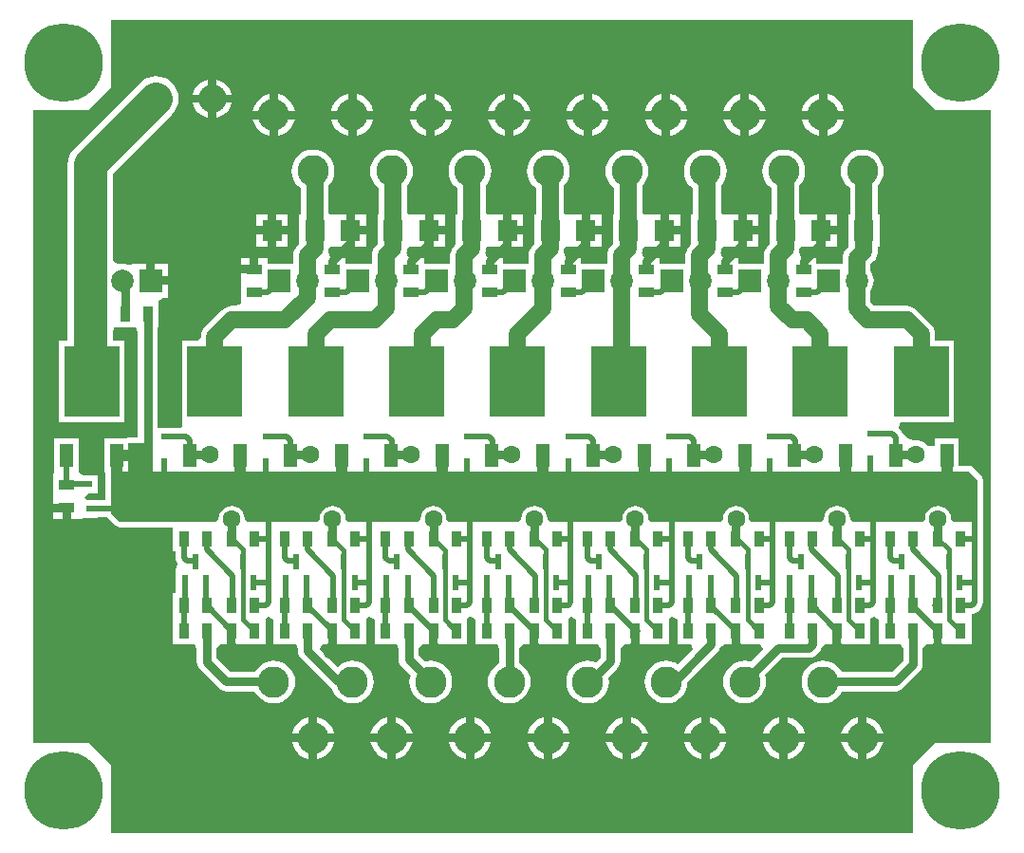
<source format=gtl>
G04 Layer_Physical_Order=1*
G04 Layer_Color=255*
%FSLAX25Y25*%
%MOIN*%
G70*
G01*
G75*
%ADD10R,0.02362X0.05512*%
%ADD11R,0.03740X0.05315*%
%ADD12R,0.05315X0.03740*%
%ADD13R,0.04724X0.08268*%
%ADD14R,0.19291X0.24803*%
%ADD15R,0.07087X0.07480*%
%ADD16R,0.02362X0.02362*%
%ADD17C,0.05906*%
%ADD18C,0.01969*%
%ADD19C,0.02953*%
%ADD20C,0.01575*%
%ADD21C,0.11811*%
%ADD22C,0.03937*%
%ADD23C,0.27559*%
%ADD24R,0.07874X0.07874*%
%ADD25C,0.07874*%
%ADD26C,0.11024*%
%ADD27C,0.09843*%
%ADD28C,0.06299*%
G36*
X317913Y266732D02*
X325787Y258858D01*
X345472D01*
Y36417D01*
X325787D01*
X317913Y28543D01*
Y4921D01*
X36417D01*
Y28543D01*
X28543Y36417D01*
X8858D01*
Y258858D01*
X28543D01*
X36417Y266732D01*
Y290354D01*
X317913D01*
Y266732D01*
D02*
G37*
%LPC*%
G36*
X218996Y45558D02*
Y39665D01*
X224889D01*
X224464Y41065D01*
X223769Y42365D01*
X222835Y43504D01*
X221696Y44439D01*
X220396Y45133D01*
X218996Y45558D01*
D02*
G37*
G36*
X136319D02*
Y39665D01*
X142212D01*
X141787Y41065D01*
X141092Y42365D01*
X140157Y43504D01*
X139018Y44439D01*
X137719Y45133D01*
X136319Y45558D01*
D02*
G37*
G36*
X188484Y45558D02*
X187084Y45133D01*
X185785Y44439D01*
X184646Y43504D01*
X183711Y42365D01*
X183016Y41065D01*
X182592Y39665D01*
X188484D01*
Y45558D01*
D02*
G37*
G36*
X19193Y117520D02*
X16043D01*
Y115157D01*
X19193D01*
Y117520D01*
D02*
G37*
G36*
X191437Y45558D02*
Y39665D01*
X197330D01*
X196905Y41065D01*
X196210Y42365D01*
X195276Y43504D01*
X194137Y44439D01*
X192837Y45133D01*
X191437Y45558D01*
D02*
G37*
G36*
X216043Y45558D02*
X214643Y45133D01*
X213344Y44439D01*
X212205Y43504D01*
X211270Y42365D01*
X210575Y41065D01*
X210151Y39665D01*
X216043D01*
Y45558D01*
D02*
G37*
G36*
X298721D02*
X297320Y45133D01*
X296021Y44439D01*
X294882Y43504D01*
X293947Y42365D01*
X293252Y41065D01*
X292828Y39665D01*
X298721D01*
Y45558D01*
D02*
G37*
G36*
X160925D02*
X159525Y45133D01*
X158226Y44439D01*
X157087Y43504D01*
X156152Y42365D01*
X155457Y41065D01*
X155033Y39665D01*
X160925D01*
Y45558D01*
D02*
G37*
G36*
X163878Y45558D02*
Y39665D01*
X169771D01*
X169346Y41065D01*
X168651Y42365D01*
X167717Y43504D01*
X166577Y44439D01*
X165278Y45133D01*
X163878Y45558D01*
D02*
G37*
G36*
X133366Y45558D02*
X131966Y45133D01*
X130667Y44439D01*
X129527Y43504D01*
X128593Y42365D01*
X127898Y41065D01*
X127473Y39665D01*
X133366D01*
Y45558D01*
D02*
G37*
G36*
X301673Y45558D02*
Y39665D01*
X307566D01*
X307141Y41065D01*
X306447Y42365D01*
X305512Y43504D01*
X304373Y44439D01*
X303073Y45133D01*
X301673Y45558D01*
D02*
G37*
G36*
X181102Y215059D02*
X177067D01*
Y210827D01*
X181102D01*
Y215059D01*
D02*
G37*
G36*
X153543Y215059D02*
X149508D01*
Y210827D01*
X153543D01*
Y215059D01*
D02*
G37*
G36*
X208661Y215059D02*
X204626D01*
Y210827D01*
X208661D01*
Y215059D01*
D02*
G37*
G36*
X263779Y215059D02*
X259744D01*
Y210827D01*
X263779D01*
Y215059D01*
D02*
G37*
G36*
X236221Y215059D02*
X232185D01*
Y210827D01*
X236221D01*
Y215059D01*
D02*
G37*
G36*
X125984Y215059D02*
X121949D01*
Y210827D01*
X125984D01*
Y215059D01*
D02*
G37*
G36*
X56181Y204724D02*
X51752D01*
Y200295D01*
X56181D01*
Y204724D01*
D02*
G37*
G36*
X52165Y270707D02*
X50622Y270555D01*
X49137Y270105D01*
X47770Y269374D01*
X46571Y268390D01*
X23460Y245280D01*
X22476Y244081D01*
X21745Y242713D01*
X21295Y241229D01*
X21143Y239685D01*
Y177756D01*
X17913D01*
Y149016D01*
X41142D01*
Y177756D01*
X36967D01*
Y180593D01*
X37402Y182382D01*
X43504D01*
X45079Y182382D01*
X45836Y180727D01*
Y143739D01*
X42441D01*
X41673Y143587D01*
X41549Y143504D01*
X34173D01*
Y131299D01*
X34410D01*
Y121679D01*
X31693D01*
Y121850D01*
X27539D01*
X27110Y122840D01*
X28195Y124213D01*
X31693D01*
Y130512D01*
X26524D01*
X25210Y131142D01*
X24882Y132268D01*
Y143504D01*
X16220D01*
Y131299D01*
X16043Y130905D01*
X16043D01*
Y124803D01*
X16043Y123228D01*
X16043Y121260D01*
Y120473D01*
X20669D01*
Y118996D01*
X22146D01*
Y115157D01*
X23588D01*
X25295Y115157D01*
X27101Y115551D01*
X31693D01*
Y115723D01*
X34988D01*
X34998Y115707D01*
X37951Y112754D01*
X38602Y112319D01*
X39370Y112166D01*
X58071D01*
Y103642D01*
X58931D01*
Y101476D01*
X59033Y100706D01*
X59330Y99987D01*
X59774Y99409D01*
X59750Y99231D01*
X59055Y97441D01*
X59055D01*
Y89272D01*
X58071D01*
Y80020D01*
Y71161D01*
X65748D01*
X66506Y69507D01*
Y64862D01*
X66624Y63963D01*
X66971Y63125D01*
X67523Y62405D01*
X74315Y55614D01*
X75034Y55062D01*
X75872Y54715D01*
X76772Y54596D01*
X86774D01*
X87254Y53698D01*
X88189Y52559D01*
X89328Y51624D01*
X90627Y50930D01*
X92037Y50502D01*
X93504Y50358D01*
X94970Y50502D01*
X96380Y50930D01*
X97680Y51624D01*
X98819Y52559D01*
X99754Y53698D01*
X100448Y54998D01*
X100876Y56408D01*
X101020Y57874D01*
X100876Y59340D01*
X100448Y60751D01*
X99754Y62050D01*
X98819Y63189D01*
X97680Y64124D01*
X96380Y64818D01*
X94970Y65246D01*
X93504Y65390D01*
X92037Y65246D01*
X90627Y64818D01*
X89328Y64124D01*
X88189Y63189D01*
X87254Y62050D01*
X86984Y61545D01*
X78211D01*
X73455Y66301D01*
Y69751D01*
X74803Y71161D01*
X77165D01*
Y75787D01*
X80118D01*
Y71161D01*
X82480D01*
X82480Y71161D01*
X82874D01*
Y71161D01*
X84449Y71161D01*
X90551D01*
Y80279D01*
X91627Y80930D01*
X93504Y79764D01*
Y71161D01*
X101181D01*
X101939Y69507D01*
Y68799D01*
X102057Y67900D01*
X102404Y67062D01*
X102956Y66342D01*
X113685Y55614D01*
X114007Y55367D01*
X114119Y54998D01*
X114813Y53698D01*
X115748Y52559D01*
X116887Y51624D01*
X118187Y50930D01*
X119597Y50502D01*
X121063Y50358D01*
X122529Y50502D01*
X123939Y50930D01*
X125239Y51624D01*
X126378Y52559D01*
X127313Y53698D01*
X128007Y54998D01*
X128435Y56408D01*
X128579Y57874D01*
X128435Y59340D01*
X128007Y60751D01*
X127313Y62050D01*
X126378Y63189D01*
X125239Y64124D01*
X123939Y64818D01*
X122529Y65246D01*
X121063Y65390D01*
X119597Y65246D01*
X118187Y64818D01*
X116887Y64124D01*
X115852Y63274D01*
X109734Y69393D01*
X109727Y69419D01*
X110749Y71161D01*
X112598D01*
Y75787D01*
X115551D01*
Y71161D01*
X117913D01*
X117913Y71161D01*
X118307D01*
Y71161D01*
X119882Y71161D01*
X125984D01*
Y80246D01*
X127033Y80865D01*
X128937Y79703D01*
Y71161D01*
X136614D01*
X137372Y69507D01*
Y65847D01*
X137490Y64947D01*
X137837Y64109D01*
X138390Y63389D01*
X141527Y60252D01*
X141250Y59340D01*
X141105Y57874D01*
X141250Y56408D01*
X141678Y54998D01*
X142372Y53698D01*
X143307Y52559D01*
X144446Y51624D01*
X145746Y50930D01*
X147156Y50502D01*
X148622Y50358D01*
X150088Y50502D01*
X151498Y50930D01*
X152798Y51624D01*
X153937Y52559D01*
X154872Y53698D01*
X155566Y54998D01*
X155994Y56408D01*
X156139Y57874D01*
X155994Y59340D01*
X155566Y60751D01*
X154872Y62050D01*
X153937Y63189D01*
X152798Y64124D01*
X151498Y64818D01*
X150088Y65246D01*
X148622Y65390D01*
X147156Y65246D01*
X146546Y65061D01*
X144321Y67286D01*
Y69751D01*
X145669Y71161D01*
X148031D01*
Y75787D01*
X150984D01*
Y71161D01*
X153346D01*
X153347Y71161D01*
X153740D01*
Y71161D01*
X155315Y71161D01*
X161417D01*
Y80279D01*
X162493Y80930D01*
X163800Y80296D01*
X164370Y79764D01*
Y71161D01*
X172047D01*
X172805Y69507D01*
Y64551D01*
X172005Y64124D01*
X170866Y63189D01*
X169931Y62050D01*
X169237Y60751D01*
X168809Y59340D01*
X168665Y57874D01*
X168809Y56408D01*
X169237Y54998D01*
X169931Y53698D01*
X170866Y52559D01*
X172005Y51624D01*
X173305Y50930D01*
X174715Y50502D01*
X176181Y50358D01*
X177647Y50502D01*
X179058Y50930D01*
X180357Y51624D01*
X181496Y52559D01*
X182431Y53698D01*
X183125Y54998D01*
X183553Y56408D01*
X183698Y57874D01*
X183553Y59340D01*
X183125Y60751D01*
X182431Y62050D01*
X181496Y63189D01*
X180357Y64124D01*
X179754Y64446D01*
Y69751D01*
X181102Y71161D01*
X183465D01*
Y75787D01*
X186417D01*
Y71161D01*
X188779D01*
X188779Y71161D01*
X189173D01*
Y71161D01*
X190748Y71161D01*
X196850D01*
Y80279D01*
X197926Y80930D01*
X199803Y79764D01*
Y71161D01*
X207480D01*
X208238Y69507D01*
Y66498D01*
X206572Y64832D01*
X205207Y65246D01*
X203740Y65390D01*
X202274Y65246D01*
X200864Y64818D01*
X199564Y64124D01*
X198425Y63189D01*
X197490Y62050D01*
X196796Y60751D01*
X196368Y59340D01*
X196224Y57874D01*
X196368Y56408D01*
X196796Y54998D01*
X197490Y53698D01*
X198425Y52559D01*
X199564Y51624D01*
X200864Y50930D01*
X202274Y50502D01*
X203740Y50358D01*
X205207Y50502D01*
X206617Y50930D01*
X207916Y51624D01*
X209055Y52559D01*
X209990Y53698D01*
X210684Y54998D01*
X211112Y56408D01*
X211257Y57874D01*
X211112Y59340D01*
X211065Y59497D01*
X214170Y62602D01*
X214722Y63322D01*
X215069Y64160D01*
X215187Y65059D01*
Y69751D01*
X216535Y71161D01*
X218898D01*
Y75787D01*
X221850D01*
Y71161D01*
X224213D01*
X224213Y71161D01*
X224606D01*
Y71161D01*
X226181Y71161D01*
X232283D01*
Y80020D01*
X232283D01*
Y80246D01*
X233333Y80865D01*
X235236Y79703D01*
Y71161D01*
X239857D01*
X240610Y69343D01*
X235420Y64153D01*
X234176Y64818D01*
X232766Y65246D01*
X231299Y65390D01*
X229833Y65246D01*
X228423Y64818D01*
X227123Y64124D01*
X225984Y63189D01*
X225049Y62050D01*
X224355Y60751D01*
X223927Y59340D01*
X223783Y57874D01*
X223927Y56408D01*
X224355Y54998D01*
X225049Y53698D01*
X225984Y52559D01*
X227123Y51624D01*
X228423Y50930D01*
X229833Y50502D01*
X231299Y50358D01*
X232766Y50502D01*
X234176Y50930D01*
X235475Y51624D01*
X236614Y52559D01*
X237549Y53698D01*
X238244Y54998D01*
X238671Y56408D01*
X238799Y57704D01*
X249603Y68508D01*
X250155Y69227D01*
X250478Y70007D01*
X251969Y71161D01*
X254331D01*
Y75787D01*
X257283D01*
Y71161D01*
X259646D01*
X259646Y71161D01*
X260039D01*
Y71161D01*
X261614Y71161D01*
X264463D01*
X265216Y69343D01*
X260935Y65061D01*
X260325Y65246D01*
X258858Y65390D01*
X257392Y65246D01*
X255982Y64818D01*
X254682Y64124D01*
X253543Y63189D01*
X252608Y62050D01*
X251914Y60751D01*
X251486Y59340D01*
X251342Y57874D01*
X251486Y56408D01*
X251914Y54998D01*
X252608Y53698D01*
X253543Y52559D01*
X254682Y51624D01*
X255982Y50930D01*
X257392Y50502D01*
X258858Y50358D01*
X260325Y50502D01*
X261735Y50930D01*
X263034Y51624D01*
X264173Y52559D01*
X265108Y53698D01*
X265803Y54998D01*
X266230Y56408D01*
X266375Y57874D01*
X266230Y59340D01*
X265954Y60252D01*
X272109Y66407D01*
X281496D01*
X282395Y66526D01*
X283233Y66873D01*
X283953Y67425D01*
X285036Y68508D01*
X285588Y69227D01*
X285911Y70007D01*
X287402Y71161D01*
X289764D01*
Y75787D01*
X292717D01*
Y71161D01*
X295079D01*
X295079Y71161D01*
X295473D01*
Y71161D01*
X297047Y71161D01*
X303150D01*
Y80020D01*
X303150D01*
Y80246D01*
X304199Y80865D01*
X306102Y79703D01*
Y71161D01*
X313779D01*
X314537Y69507D01*
Y65514D01*
X310569Y61545D01*
X292937D01*
X292667Y62050D01*
X291732Y63189D01*
X290593Y64124D01*
X289294Y64818D01*
X287884Y65246D01*
X286417Y65390D01*
X284951Y65246D01*
X283541Y64818D01*
X282241Y64124D01*
X281102Y63189D01*
X280168Y62050D01*
X279473Y60751D01*
X279045Y59340D01*
X278901Y57874D01*
X279045Y56408D01*
X279473Y54998D01*
X280168Y53698D01*
X281102Y52559D01*
X282241Y51624D01*
X283541Y50930D01*
X284951Y50502D01*
X286417Y50358D01*
X287884Y50502D01*
X289294Y50930D01*
X290593Y51624D01*
X291732Y52559D01*
X292667Y53698D01*
X293147Y54596D01*
X312008D01*
X312907Y54715D01*
X313745Y55062D01*
X314465Y55614D01*
X320469Y61618D01*
X321021Y62337D01*
X321368Y63175D01*
X321486Y64075D01*
Y69751D01*
X322835Y71161D01*
X325197D01*
Y75787D01*
X328150D01*
Y71161D01*
X330512D01*
X330512Y71161D01*
X330906D01*
Y71161D01*
X332480Y71161D01*
X338583D01*
Y80020D01*
Y81667D01*
X339353Y81769D01*
X340072Y82066D01*
X340689Y82540D01*
X341673Y83524D01*
X342146Y84141D01*
X342444Y84859D01*
X342545Y85630D01*
Y92520D01*
Y114107D01*
X342558Y114173D01*
X342558Y128937D01*
X342406Y129705D01*
X341970Y130356D01*
X339018Y133309D01*
X338367Y133744D01*
X337598Y133897D01*
X334173D01*
Y143504D01*
X325512D01*
Y140919D01*
X325289Y140792D01*
X323174Y140653D01*
X322534Y141432D01*
X321755Y142071D01*
X320866Y142547D01*
X319901Y142839D01*
X318898Y142938D01*
X318189Y142868D01*
X316220Y143504D01*
D01*
X314769Y144752D01*
X314587Y145190D01*
X314114Y145807D01*
X314114Y145807D01*
X312873Y147047D01*
X312928Y147599D01*
X313583Y149016D01*
X332480D01*
Y177756D01*
X325811D01*
Y180118D01*
X325716Y181083D01*
X325435Y182010D01*
X324978Y182865D01*
X324363Y183615D01*
X324363Y183615D01*
X319442Y188536D01*
X318692Y189151D01*
X317837Y189608D01*
X316910Y189889D01*
X315945Y189984D01*
X315945Y189984D01*
X304214D01*
X303173Y191025D01*
Y195440D01*
X303241Y195522D01*
X303789Y196548D01*
X304127Y197661D01*
X304241Y198819D01*
X304127Y199977D01*
X303789Y201090D01*
X303241Y202116D01*
X303173Y202198D01*
Y204645D01*
X304284Y205755D01*
X304284Y205755D01*
X304899Y206505D01*
X305356Y207360D01*
X305637Y208287D01*
X305732Y209252D01*
Y210827D01*
X306299D01*
Y222244D01*
X305732D01*
Y232355D01*
X306447Y233226D01*
X307141Y234525D01*
X307569Y235935D01*
X307713Y237402D01*
X307569Y238868D01*
X307141Y240278D01*
X306447Y241578D01*
X305512Y242717D01*
X304373Y243651D01*
X303073Y244346D01*
X301663Y244774D01*
X300197Y244918D01*
X298730Y244774D01*
X297320Y244346D01*
X296021Y243651D01*
X294882Y242717D01*
X293947Y241578D01*
X293252Y240278D01*
X292825Y238868D01*
X292680Y237402D01*
X292825Y235935D01*
X293252Y234525D01*
X293947Y233226D01*
X294882Y232087D01*
X295842Y231298D01*
Y222244D01*
X295276D01*
Y210827D01*
X294801Y210259D01*
X294732Y210190D01*
X294117Y209440D01*
X293660Y208585D01*
X293378Y207658D01*
X293283Y206693D01*
X293283Y206693D01*
Y204724D01*
X284154D01*
Y206693D01*
X279147D01*
X278550Y207228D01*
X277893Y208661D01*
X278078Y209272D01*
X278173Y210236D01*
Y210260D01*
X278740Y210827D01*
X280315D01*
X280709Y210827D01*
X284350D01*
Y216535D01*
Y222244D01*
X280709D01*
X280315Y222244D01*
X278740D01*
X278173Y222811D01*
Y232355D01*
X278888Y233226D01*
X279582Y234525D01*
X280010Y235935D01*
X280154Y237402D01*
X280010Y238868D01*
X279582Y240278D01*
X278888Y241578D01*
X277953Y242717D01*
X276814Y243651D01*
X275514Y244346D01*
X274104Y244774D01*
X272638Y244918D01*
X271171Y244774D01*
X269761Y244346D01*
X268462Y243651D01*
X267323Y242717D01*
X266388Y241578D01*
X265693Y240278D01*
X265266Y238868D01*
X265121Y237402D01*
X265266Y235935D01*
X265693Y234525D01*
X266388Y233226D01*
X267323Y232087D01*
X268283Y231298D01*
Y222244D01*
X267717D01*
Y211718D01*
X267173Y211174D01*
X266558Y210424D01*
X266101Y209570D01*
X265819Y208642D01*
X265724Y207677D01*
X265724Y207677D01*
Y204724D01*
X256594D01*
Y206693D01*
X251588D01*
X250991Y207228D01*
X250334Y208661D01*
X250519Y209272D01*
X250614Y210236D01*
Y210260D01*
X251181Y210827D01*
X252756D01*
X253150Y210827D01*
X256791D01*
Y216535D01*
Y222244D01*
X253150D01*
X252756Y222244D01*
X251181D01*
X250614Y222811D01*
Y232355D01*
X251328Y233226D01*
X252023Y234525D01*
X252451Y235935D01*
X252595Y237402D01*
X252451Y238868D01*
X252023Y240278D01*
X251328Y241578D01*
X250394Y242717D01*
X249255Y243651D01*
X247955Y244346D01*
X246545Y244774D01*
X245079Y244918D01*
X243612Y244774D01*
X242202Y244346D01*
X240903Y243651D01*
X239764Y242717D01*
X238829Y241578D01*
X238134Y240278D01*
X237707Y238868D01*
X237562Y237402D01*
X237707Y235935D01*
X238134Y234525D01*
X238829Y233226D01*
X239764Y232087D01*
X240724Y231298D01*
Y222244D01*
X240158D01*
Y211718D01*
X239614Y211174D01*
X238999Y210424D01*
X238542Y209570D01*
X238260Y208642D01*
X238165Y207677D01*
X238165Y207677D01*
Y204724D01*
X229035D01*
Y206693D01*
X224028D01*
X223431Y207228D01*
X222775Y208661D01*
X222960Y209272D01*
X223055Y210236D01*
Y210260D01*
X223622Y210827D01*
X225197D01*
X225590Y210827D01*
X229232D01*
Y216535D01*
Y222244D01*
X225590D01*
X225197Y222244D01*
X223622D01*
X223055Y222811D01*
Y232355D01*
X223769Y233226D01*
X224464Y234525D01*
X224892Y235935D01*
X225036Y237402D01*
X224892Y238868D01*
X224464Y240278D01*
X223769Y241578D01*
X222835Y242717D01*
X221696Y243651D01*
X220396Y244346D01*
X218986Y244774D01*
X217520Y244918D01*
X216053Y244774D01*
X214643Y244346D01*
X213344Y243651D01*
X212205Y242717D01*
X211270Y241578D01*
X210575Y240278D01*
X210148Y238868D01*
X210003Y237402D01*
X210148Y235935D01*
X210575Y234525D01*
X211270Y233226D01*
X212205Y232087D01*
X213165Y231298D01*
Y222244D01*
X212598D01*
Y211718D01*
X212054Y211174D01*
X211439Y210424D01*
X210982Y209570D01*
X210701Y208642D01*
X210606Y207677D01*
X210606Y207677D01*
Y204724D01*
X201476D01*
Y206693D01*
X196469D01*
X195872Y207228D01*
X195216Y208661D01*
X195401Y209272D01*
X195496Y210236D01*
Y210260D01*
X196063Y210827D01*
X197638D01*
X198031Y210827D01*
X201673D01*
Y216535D01*
Y222244D01*
X198031D01*
X197638Y222244D01*
X196063D01*
X195496Y222811D01*
Y232355D01*
X196210Y233226D01*
X196905Y234525D01*
X197333Y235935D01*
X197477Y237402D01*
X197333Y238868D01*
X196905Y240278D01*
X196210Y241578D01*
X195276Y242717D01*
X194137Y243651D01*
X192837Y244346D01*
X191427Y244774D01*
X189961Y244918D01*
X188494Y244774D01*
X187084Y244346D01*
X185785Y243651D01*
X184646Y242717D01*
X183711Y241578D01*
X183016Y240278D01*
X182589Y238868D01*
X182444Y237402D01*
X182589Y235935D01*
X183016Y234525D01*
X183711Y233226D01*
X184646Y232087D01*
X185606Y231298D01*
Y222244D01*
X185039D01*
Y211718D01*
X184495Y211174D01*
X183880Y210424D01*
X183423Y209570D01*
X183142Y208642D01*
X183047Y207677D01*
X183047Y207677D01*
Y204724D01*
X173917D01*
Y206693D01*
X168910D01*
X168313Y207228D01*
X167657Y208661D01*
X167842Y209272D01*
X167937Y210236D01*
Y210260D01*
X168504Y210827D01*
X170079D01*
X170472Y210827D01*
X174114D01*
Y216535D01*
Y222244D01*
X170472D01*
X170079Y222244D01*
X168504D01*
X167937Y222811D01*
Y232355D01*
X168651Y233226D01*
X169346Y234525D01*
X169774Y235935D01*
X169918Y237402D01*
X169774Y238868D01*
X169346Y240278D01*
X168651Y241578D01*
X167717Y242717D01*
X166577Y243651D01*
X165278Y244346D01*
X163868Y244774D01*
X162402Y244918D01*
X160935Y244774D01*
X159525Y244346D01*
X158226Y243651D01*
X157087Y242717D01*
X156152Y241578D01*
X155457Y240278D01*
X155029Y238868D01*
X154885Y237402D01*
X155029Y235935D01*
X155457Y234525D01*
X156152Y233226D01*
X157087Y232087D01*
X158047Y231298D01*
Y222244D01*
X157480D01*
Y211718D01*
X156936Y211174D01*
X156321Y210424D01*
X155864Y209570D01*
X155583Y208642D01*
X155488Y207677D01*
X155488Y207677D01*
Y204724D01*
X146358D01*
Y206693D01*
X141351D01*
X140754Y207228D01*
X140098Y208661D01*
X140283Y209272D01*
X140378Y210236D01*
Y210260D01*
X140945Y210827D01*
X142520D01*
X142913Y210827D01*
X146555D01*
Y216535D01*
Y222244D01*
X142913D01*
X142520Y222244D01*
X140945D01*
X140378Y222811D01*
Y232355D01*
X141092Y233226D01*
X141787Y234525D01*
X142215Y235935D01*
X142359Y237402D01*
X142215Y238868D01*
X141787Y240278D01*
X141092Y241578D01*
X140157Y242717D01*
X139018Y243651D01*
X137719Y244346D01*
X136309Y244774D01*
X134843Y244918D01*
X133376Y244774D01*
X131966Y244346D01*
X130667Y243651D01*
X129527Y242717D01*
X128593Y241578D01*
X127898Y240278D01*
X127471Y238868D01*
X127326Y237402D01*
X127471Y235935D01*
X127898Y234525D01*
X128593Y233226D01*
X129527Y232087D01*
X130488Y231298D01*
Y222244D01*
X129921D01*
Y211718D01*
X129377Y211174D01*
X128762Y210424D01*
X128305Y209570D01*
X128024Y208642D01*
X127929Y207677D01*
X127929Y207677D01*
Y204724D01*
X118799D01*
Y206693D01*
X113792D01*
X113195Y207228D01*
X112539Y208661D01*
X112724Y209272D01*
X112819Y210236D01*
Y210260D01*
X113386Y210827D01*
X114961D01*
X115354Y210827D01*
X118996D01*
Y216535D01*
Y222244D01*
X115354D01*
X114961Y222244D01*
X113386D01*
X112819Y222811D01*
Y232355D01*
X113533Y233226D01*
X114228Y234525D01*
X114655Y235935D01*
X114800Y237402D01*
X114655Y238868D01*
X114228Y240278D01*
X113533Y241578D01*
X112598Y242717D01*
X111459Y243651D01*
X110160Y244346D01*
X108750Y244774D01*
X107283Y244918D01*
X105817Y244774D01*
X104407Y244346D01*
X103108Y243651D01*
X101969Y242717D01*
X101034Y241578D01*
X100339Y240278D01*
X99911Y238868D01*
X99767Y237402D01*
X99911Y235935D01*
X100339Y234525D01*
X101034Y233226D01*
X101969Y232087D01*
X102929Y231298D01*
Y222244D01*
X102362D01*
Y211718D01*
X101818Y211174D01*
X101203Y210424D01*
X100746Y209570D01*
X100465Y208642D01*
X100370Y207677D01*
X100370Y207677D01*
Y204724D01*
X91240D01*
Y206693D01*
X88090D01*
Y202854D01*
X86614D01*
Y201378D01*
X81988D01*
Y199016D01*
X81988D01*
Y198622D01*
X81988D01*
Y190945D01*
X80418Y189984D01*
X78740D01*
X77775Y189889D01*
X76848Y189608D01*
X75993Y189151D01*
X75244Y188536D01*
X75243Y188536D01*
X69338Y182631D01*
X68723Y181881D01*
X68266Y181026D01*
X67985Y180099D01*
X67890Y179134D01*
X66564Y177756D01*
X61221D01*
Y149680D01*
X61221D01*
X61221Y149680D01*
X61180Y147729D01*
X61159Y147073D01*
X60863Y147073D01*
X58268D01*
Y147244D01*
X52786D01*
Y182382D01*
X53150D01*
Y190945D01*
X53150Y191634D01*
X54588Y192913D01*
X56181D01*
Y197343D01*
X50276D01*
Y198819D01*
X48799D01*
Y204724D01*
X44370D01*
Y204724D01*
X42732Y204344D01*
X42402Y204345D01*
X41433Y204639D01*
X40276Y204753D01*
X39118Y204639D01*
X38936Y204584D01*
X37144Y205693D01*
X36967Y205979D01*
Y236408D01*
X57760Y257201D01*
X58744Y258400D01*
X59475Y259767D01*
X59925Y261252D01*
X60078Y262795D01*
X59925Y264339D01*
X59475Y265823D01*
X58744Y267191D01*
X57760Y268390D01*
X56561Y269374D01*
X55193Y270105D01*
X53709Y270555D01*
X52165Y270707D01*
D02*
G37*
G36*
X85138Y206693D02*
X81988D01*
Y204331D01*
X85138D01*
Y206693D01*
D02*
G37*
G36*
X98425Y215059D02*
X94390D01*
Y210827D01*
X98425D01*
Y215059D01*
D02*
G37*
G36*
X91437D02*
X87402D01*
Y210827D01*
X91437D01*
Y215059D01*
D02*
G37*
G36*
X243602Y36713D02*
X237710D01*
X238134Y35313D01*
X238829Y34013D01*
X239764Y32874D01*
X240903Y31939D01*
X242202Y31245D01*
X243602Y30820D01*
Y36713D01*
D02*
G37*
G36*
X105807D02*
X99914D01*
X100339Y35313D01*
X101034Y34013D01*
X101969Y32874D01*
X103108Y31939D01*
X104407Y31245D01*
X105807Y30820D01*
Y36713D01*
D02*
G37*
G36*
X114653D02*
X108760D01*
Y30820D01*
X110160Y31245D01*
X111459Y31939D01*
X112598Y32874D01*
X113533Y34013D01*
X114228Y35313D01*
X114653Y36713D01*
D02*
G37*
G36*
X271161Y36713D02*
X265269D01*
X265693Y35313D01*
X266388Y34013D01*
X267323Y32874D01*
X268462Y31939D01*
X269761Y31245D01*
X271161Y30820D01*
Y36713D01*
D02*
G37*
G36*
X252448Y36713D02*
X246555D01*
Y30820D01*
X247955Y31245D01*
X249255Y31939D01*
X250394Y32874D01*
X251328Y34013D01*
X252023Y35313D01*
X252448Y36713D01*
D02*
G37*
G36*
X280007Y36713D02*
X274114D01*
Y30820D01*
X275514Y31245D01*
X276814Y31939D01*
X277953Y32874D01*
X278888Y34013D01*
X279582Y35313D01*
X280007Y36713D01*
D02*
G37*
G36*
X133366Y36713D02*
X127473D01*
X127898Y35313D01*
X128593Y34013D01*
X129527Y32874D01*
X130667Y31939D01*
X131966Y31245D01*
X133366Y30820D01*
Y36713D01*
D02*
G37*
G36*
X188484Y36713D02*
X182592D01*
X183016Y35313D01*
X183711Y34013D01*
X184646Y32874D01*
X185785Y31939D01*
X187084Y31245D01*
X188484Y30820D01*
Y36713D01*
D02*
G37*
G36*
X216043Y36713D02*
X210151D01*
X210575Y35313D01*
X211270Y34013D01*
X212205Y32874D01*
X213344Y31939D01*
X214643Y31245D01*
X216043Y30820D01*
Y36713D01*
D02*
G37*
G36*
X160925Y36713D02*
X155033D01*
X155457Y35313D01*
X156152Y34013D01*
X157087Y32874D01*
X158226Y31939D01*
X159525Y31245D01*
X160925Y30820D01*
Y36713D01*
D02*
G37*
G36*
X298721D02*
X292828D01*
X293252Y35313D01*
X293947Y34013D01*
X294882Y32874D01*
X296021Y31939D01*
X297320Y31245D01*
X298721Y30820D01*
Y36713D01*
D02*
G37*
G36*
X105807Y45558D02*
X104407Y45133D01*
X103108Y44439D01*
X101969Y43504D01*
X101034Y42365D01*
X100339Y41065D01*
X99914Y39665D01*
X105807D01*
Y45558D01*
D02*
G37*
G36*
X274114Y45558D02*
Y39665D01*
X280007D01*
X279582Y41065D01*
X278888Y42365D01*
X277953Y43504D01*
X276814Y44439D01*
X275514Y45133D01*
X274114Y45558D01*
D02*
G37*
G36*
X243602Y45558D02*
X242202Y45133D01*
X240903Y44439D01*
X239764Y43504D01*
X238829Y42365D01*
X238134Y41065D01*
X237710Y39665D01*
X243602D01*
Y45558D01*
D02*
G37*
G36*
X246555D02*
Y39665D01*
X252448D01*
X252023Y41065D01*
X251328Y42365D01*
X250394Y43504D01*
X249255Y44439D01*
X247955Y45133D01*
X246555Y45558D01*
D02*
G37*
G36*
X108760D02*
Y39665D01*
X114653D01*
X114228Y41065D01*
X113533Y42365D01*
X112598Y43504D01*
X111459Y44439D01*
X110160Y45133D01*
X108760Y45558D01*
D02*
G37*
G36*
X271161D02*
X269761Y45133D01*
X268462Y44439D01*
X267323Y43504D01*
X266388Y42365D01*
X265693Y41065D01*
X265269Y39665D01*
X271161D01*
Y45558D01*
D02*
G37*
G36*
X307566Y36713D02*
X301673D01*
Y30820D01*
X303073Y31245D01*
X304373Y31939D01*
X305512Y32874D01*
X306447Y34013D01*
X307141Y35313D01*
X307566Y36713D01*
D02*
G37*
G36*
X169771D02*
X163878D01*
Y30820D01*
X165278Y31245D01*
X166577Y31939D01*
X167717Y32874D01*
X168651Y34013D01*
X169346Y35313D01*
X169771Y36713D01*
D02*
G37*
G36*
X224889Y36713D02*
X218996D01*
Y30820D01*
X220396Y31245D01*
X221696Y31939D01*
X222835Y32874D01*
X223769Y34013D01*
X224464Y35313D01*
X224889Y36713D01*
D02*
G37*
G36*
X197330Y36713D02*
X191437D01*
Y30820D01*
X192837Y31245D01*
X194137Y31939D01*
X195276Y32874D01*
X196210Y34013D01*
X196905Y35313D01*
X197330Y36713D01*
D02*
G37*
G36*
X142212Y36713D02*
X136319D01*
Y30820D01*
X137719Y31245D01*
X139018Y31939D01*
X140157Y32874D01*
X141092Y34013D01*
X141787Y35313D01*
X142212Y36713D01*
D02*
G37*
G36*
X291339Y215059D02*
X287303D01*
Y210827D01*
X291339D01*
Y215059D01*
D02*
G37*
G36*
X147146Y264456D02*
X145746Y264031D01*
X144446Y263336D01*
X143307Y262402D01*
X142372Y261263D01*
X141678Y259963D01*
X141253Y258563D01*
X147146D01*
Y264456D01*
D02*
G37*
G36*
X205217Y264456D02*
Y258563D01*
X211109D01*
X210684Y259963D01*
X209990Y261263D01*
X209055Y262402D01*
X207916Y263336D01*
X206617Y264031D01*
X205217Y264456D01*
D02*
G37*
G36*
X284941Y264456D02*
X283541Y264031D01*
X282241Y263336D01*
X281102Y262402D01*
X280168Y261263D01*
X279473Y259963D01*
X279048Y258563D01*
X284941D01*
Y264456D01*
D02*
G37*
G36*
X287894Y264456D02*
Y258563D01*
X293786D01*
X293362Y259963D01*
X292667Y261263D01*
X291732Y262402D01*
X290593Y263336D01*
X289294Y264031D01*
X287894Y264456D01*
D02*
G37*
G36*
X150098D02*
Y258563D01*
X155991D01*
X155566Y259963D01*
X154872Y261263D01*
X153937Y262402D01*
X152798Y263336D01*
X151498Y264031D01*
X150098Y264456D01*
D02*
G37*
G36*
X202264Y264456D02*
X200864Y264031D01*
X199564Y263336D01*
X198425Y262402D01*
X197490Y261263D01*
X196796Y259963D01*
X196371Y258563D01*
X202264D01*
Y264456D01*
D02*
G37*
G36*
X293786Y255610D02*
X287894D01*
Y249718D01*
X289294Y250142D01*
X290593Y250837D01*
X291732Y251772D01*
X292667Y252911D01*
X293362Y254210D01*
X293786Y255610D01*
D02*
G37*
G36*
X155991D02*
X150098D01*
Y249718D01*
X151498Y250142D01*
X152798Y250837D01*
X153937Y251772D01*
X154872Y252911D01*
X155566Y254210D01*
X155991Y255610D01*
D02*
G37*
G36*
X211109Y255610D02*
X205217D01*
Y249718D01*
X206617Y250142D01*
X207916Y250837D01*
X209055Y251772D01*
X209990Y252911D01*
X210684Y254210D01*
X211109Y255610D01*
D02*
G37*
G36*
X78602Y261319D02*
X73327D01*
Y256043D01*
X74500Y256399D01*
X75697Y257039D01*
X76746Y257900D01*
X77607Y258949D01*
X78246Y260146D01*
X78602Y261319D01*
D02*
G37*
G36*
X70374D02*
X65099D01*
X65454Y260146D01*
X66094Y258949D01*
X66955Y257900D01*
X68004Y257039D01*
X69201Y256399D01*
X70374Y256043D01*
Y261319D01*
D02*
G37*
G36*
X92027Y264456D02*
X90627Y264031D01*
X89328Y263336D01*
X88189Y262402D01*
X87254Y261263D01*
X86560Y259963D01*
X86135Y258563D01*
X92027D01*
Y264456D01*
D02*
G37*
G36*
X177657Y264456D02*
Y258563D01*
X183550D01*
X183125Y259963D01*
X182431Y261263D01*
X181496Y262402D01*
X180357Y263336D01*
X179058Y264031D01*
X177657Y264456D01*
D02*
G37*
G36*
X257382Y264456D02*
X255982Y264031D01*
X254682Y263336D01*
X253543Y262402D01*
X252608Y261263D01*
X251914Y259963D01*
X251489Y258563D01*
X257382D01*
Y264456D01*
D02*
G37*
G36*
X260335Y264456D02*
Y258563D01*
X266227D01*
X265803Y259963D01*
X265108Y261263D01*
X264173Y262402D01*
X263034Y263336D01*
X261735Y264031D01*
X260335Y264456D01*
D02*
G37*
G36*
X73327Y269547D02*
Y264272D01*
X78602D01*
X78246Y265445D01*
X77607Y266642D01*
X76746Y267691D01*
X75697Y268552D01*
X74500Y269191D01*
X73327Y269547D01*
D02*
G37*
G36*
X70374D02*
X69201Y269191D01*
X68004Y268552D01*
X66955Y267691D01*
X66094Y266642D01*
X65454Y265445D01*
X65099Y264272D01*
X70374D01*
Y269547D01*
D02*
G37*
G36*
X174705Y264456D02*
X173305Y264031D01*
X172005Y263336D01*
X170866Y262402D01*
X169931Y261263D01*
X169237Y259963D01*
X168812Y258563D01*
X174705D01*
Y264456D01*
D02*
G37*
G36*
X229823D02*
X228423Y264031D01*
X227123Y263336D01*
X225984Y262402D01*
X225049Y261263D01*
X224355Y259963D01*
X223930Y258563D01*
X229823D01*
Y264456D01*
D02*
G37*
G36*
X119587D02*
X118187Y264031D01*
X116887Y263336D01*
X115748Y262402D01*
X114813Y261263D01*
X114119Y259963D01*
X113694Y258563D01*
X119587D01*
Y264456D01*
D02*
G37*
G36*
X94980D02*
Y258563D01*
X100873D01*
X100448Y259963D01*
X99754Y261263D01*
X98819Y262402D01*
X97680Y263336D01*
X96380Y264031D01*
X94980Y264456D01*
D02*
G37*
G36*
X232776D02*
Y258563D01*
X238668D01*
X238244Y259963D01*
X237549Y261263D01*
X236614Y262402D01*
X235475Y263336D01*
X234176Y264031D01*
X232776Y264456D01*
D02*
G37*
G36*
X122539D02*
Y258563D01*
X128432D01*
X128007Y259963D01*
X127313Y261263D01*
X126378Y262402D01*
X125239Y263336D01*
X123939Y264031D01*
X122539Y264456D01*
D02*
G37*
G36*
X257382Y255610D02*
X251489D01*
X251914Y254210D01*
X252608Y252911D01*
X253543Y251772D01*
X254682Y250837D01*
X255982Y250142D01*
X257382Y249718D01*
Y255610D01*
D02*
G37*
G36*
X259744Y222244D02*
Y218012D01*
X263779D01*
Y222244D01*
X259744D01*
D02*
G37*
G36*
X177067D02*
Y218012D01*
X181102D01*
Y222244D01*
X177067D01*
D02*
G37*
G36*
X202264Y255610D02*
X196371D01*
X196796Y254210D01*
X197490Y252911D01*
X198425Y251772D01*
X199564Y250837D01*
X200864Y250142D01*
X202264Y249718D01*
Y255610D01*
D02*
G37*
G36*
X232185Y222244D02*
Y218012D01*
X236221D01*
Y222244D01*
X232185D01*
D02*
G37*
G36*
X147146Y255610D02*
X141253D01*
X141678Y254210D01*
X142372Y252911D01*
X143307Y251772D01*
X144446Y250837D01*
X145746Y250142D01*
X147146Y249718D01*
Y255610D01*
D02*
G37*
G36*
X204626Y222244D02*
Y218012D01*
X208661D01*
Y222244D01*
X204626D01*
D02*
G37*
G36*
X287303D02*
Y218012D01*
X291339D01*
Y222244D01*
X287303D01*
D02*
G37*
G36*
X149508D02*
Y218012D01*
X153543D01*
Y222244D01*
X149508D01*
D02*
G37*
G36*
X91437D02*
X87402D01*
Y218012D01*
X91437D01*
Y222244D01*
D02*
G37*
G36*
X121949D02*
Y218012D01*
X125984D01*
Y222244D01*
X121949D01*
D02*
G37*
G36*
X98425D02*
X94390D01*
Y218012D01*
X98425D01*
Y222244D01*
D02*
G37*
G36*
X100873Y255610D02*
X94980D01*
Y249718D01*
X96380Y250142D01*
X97680Y250837D01*
X98819Y251772D01*
X99754Y252911D01*
X100448Y254210D01*
X100873Y255610D01*
D02*
G37*
G36*
X229823D02*
X223930D01*
X224355Y254210D01*
X225049Y252911D01*
X225984Y251772D01*
X227123Y250837D01*
X228423Y250142D01*
X229823Y249718D01*
Y255610D01*
D02*
G37*
G36*
X128432D02*
X122539D01*
Y249718D01*
X123939Y250142D01*
X125239Y250837D01*
X126378Y251772D01*
X127313Y252911D01*
X128007Y254210D01*
X128432Y255610D01*
D02*
G37*
G36*
X174705Y255610D02*
X168812D01*
X169237Y254210D01*
X169931Y252911D01*
X170866Y251772D01*
X172005Y250837D01*
X173305Y250142D01*
X174705Y249718D01*
Y255610D01*
D02*
G37*
G36*
X238668Y255610D02*
X232776D01*
Y249718D01*
X234176Y250142D01*
X235475Y250837D01*
X236614Y251772D01*
X237549Y252911D01*
X238244Y254210D01*
X238668Y255610D01*
D02*
G37*
G36*
X119587D02*
X113694D01*
X114119Y254210D01*
X114813Y252911D01*
X115748Y251772D01*
X116887Y250837D01*
X118187Y250142D01*
X119587Y249718D01*
Y255610D01*
D02*
G37*
G36*
X183550Y255610D02*
X177657D01*
Y249718D01*
X179058Y250142D01*
X180357Y250837D01*
X181496Y251772D01*
X182431Y252911D01*
X183125Y254210D01*
X183550Y255610D01*
D02*
G37*
G36*
X284941Y255610D02*
X279048D01*
X279473Y254210D01*
X280168Y252911D01*
X281102Y251772D01*
X282241Y250837D01*
X283541Y250142D01*
X284941Y249718D01*
Y255610D01*
D02*
G37*
G36*
X92027Y255610D02*
X86135D01*
X86560Y254210D01*
X87254Y252911D01*
X88189Y251772D01*
X89328Y250837D01*
X90627Y250142D01*
X92027Y249718D01*
Y255610D01*
D02*
G37*
G36*
X266227Y255610D02*
X260335D01*
Y249718D01*
X261735Y250142D01*
X263034Y250837D01*
X264173Y251772D01*
X265108Y252911D01*
X265803Y254210D01*
X266227Y255610D01*
D02*
G37*
%LPD*%
G36*
X50197Y141732D02*
X50197Y131890D01*
X60118D01*
Y131890D01*
X67598D01*
Y131890D01*
X77874D01*
Y131693D01*
X79843D01*
Y137402D01*
X83780D01*
Y131693D01*
X85748D01*
Y131890D01*
X95551D01*
Y131890D01*
X103032D01*
Y131890D01*
X113307D01*
Y131693D01*
X115276D01*
Y137402D01*
X119213D01*
Y131693D01*
X121181D01*
Y131890D01*
X130984D01*
Y131890D01*
X138465D01*
Y131890D01*
X148740D01*
Y131693D01*
X150709D01*
Y137402D01*
X154646D01*
Y131693D01*
X156614D01*
Y131890D01*
X166417D01*
Y131890D01*
X173898D01*
Y131890D01*
X184173D01*
Y131693D01*
X186142D01*
Y137402D01*
X190079D01*
Y131693D01*
X192047D01*
Y131890D01*
X201850D01*
Y131890D01*
X209331D01*
Y131890D01*
X219606D01*
Y131693D01*
X221575D01*
Y137402D01*
X225512D01*
Y131693D01*
X227480D01*
Y131890D01*
X237283D01*
Y131890D01*
X244764D01*
Y131890D01*
X255039D01*
Y131693D01*
X257008D01*
Y137402D01*
X260945D01*
Y131693D01*
X262913D01*
Y131890D01*
X272716D01*
Y131890D01*
X280197D01*
Y131890D01*
X290472D01*
Y131693D01*
X292441D01*
Y137402D01*
X296378D01*
Y131693D01*
X298346D01*
Y131890D01*
X308150D01*
Y131890D01*
X315630D01*
Y131890D01*
X325905D01*
Y131693D01*
X327874D01*
Y137402D01*
X331811D01*
Y131693D01*
X333780D01*
Y131890D01*
X337598D01*
X340551Y128937D01*
X340551Y114173D01*
X332201D01*
X331338Y115157D01*
X331183Y116339D01*
X330727Y117441D01*
X330001Y118387D01*
X329055Y119112D01*
X327954Y119569D01*
X326772Y119724D01*
X325590Y119569D01*
X324488Y119112D01*
X323543Y118387D01*
X322817Y117441D01*
X322361Y116339D01*
X322205Y115157D01*
X321342Y114173D01*
X296768D01*
X295905Y115157D01*
X295750Y116339D01*
X295293Y117441D01*
X294568Y118387D01*
X293622Y119112D01*
X292520Y119569D01*
X291339Y119724D01*
X290157Y119569D01*
X289055Y119112D01*
X288109Y118387D01*
X287384Y117441D01*
X286928Y116339D01*
X286772Y115157D01*
X285909Y114173D01*
X261335D01*
X260472Y115157D01*
X260316Y116339D01*
X259860Y117441D01*
X259135Y118387D01*
X258189Y119112D01*
X257087Y119569D01*
X255906Y119724D01*
X254724Y119569D01*
X253622Y119112D01*
X252676Y118387D01*
X251951Y117441D01*
X251495Y116339D01*
X251339Y115157D01*
X250476Y114173D01*
X225902D01*
X225039Y115157D01*
X224884Y116339D01*
X224427Y117441D01*
X223702Y118387D01*
X222756Y119112D01*
X221654Y119569D01*
X220472Y119724D01*
X219290Y119569D01*
X218189Y119112D01*
X217243Y118387D01*
X216518Y117441D01*
X216061Y116339D01*
X215906Y115157D01*
X215043Y114173D01*
X190469D01*
X189606Y115157D01*
X189450Y116339D01*
X188994Y117441D01*
X188268Y118387D01*
X187323Y119112D01*
X186221Y119569D01*
X185039Y119724D01*
X183857Y119569D01*
X182756Y119112D01*
X181810Y118387D01*
X181085Y117441D01*
X180628Y116339D01*
X180473Y115157D01*
X179610Y114173D01*
X155036D01*
X154173Y115157D01*
X154017Y116339D01*
X153561Y117441D01*
X152835Y118387D01*
X151890Y119112D01*
X150788Y119569D01*
X149606Y119724D01*
X148424Y119569D01*
X147323Y119112D01*
X146377Y118387D01*
X145651Y117441D01*
X145195Y116339D01*
X145040Y115157D01*
X144176Y114173D01*
X119603D01*
X118740Y115157D01*
X118584Y116339D01*
X118128Y117441D01*
X117402Y118387D01*
X116456Y119112D01*
X115355Y119569D01*
X114173Y119724D01*
X112991Y119569D01*
X111890Y119112D01*
X110944Y118387D01*
X110218Y117441D01*
X109762Y116339D01*
X109607Y115157D01*
X108744Y114173D01*
X84170D01*
X83307Y115157D01*
X83151Y116339D01*
X82695Y117441D01*
X81969Y118387D01*
X81024Y119112D01*
X79922Y119569D01*
X78740Y119724D01*
X77558Y119569D01*
X76457Y119112D01*
X75511Y118387D01*
X74785Y117441D01*
X74329Y116339D01*
X74173Y115157D01*
X73310Y114173D01*
X39370D01*
X36417Y117126D01*
Y131693D01*
X36535D01*
Y137402D01*
X38504D01*
Y139370D01*
X42441D01*
Y141732D01*
X50197Y141732D01*
D02*
G37*
%LPC*%
G36*
X42441Y135433D02*
X40472D01*
Y131693D01*
X42441D01*
Y135433D01*
D02*
G37*
%LPD*%
D10*
X330709Y100197D02*
D03*
X334449Y92716D02*
D03*
X326969D02*
D03*
X313976Y100197D02*
D03*
X317717Y92716D02*
D03*
X310236D02*
D03*
X295276Y100197D02*
D03*
X299016Y92716D02*
D03*
X291535D02*
D03*
X278543Y100197D02*
D03*
X282283Y92716D02*
D03*
X274803D02*
D03*
X259842Y100197D02*
D03*
X263583Y92716D02*
D03*
X256102D02*
D03*
X243110Y100197D02*
D03*
X246850Y92716D02*
D03*
X239370D02*
D03*
X224410Y100197D02*
D03*
X228150Y92716D02*
D03*
X220669D02*
D03*
X207677Y100197D02*
D03*
X211417Y92716D02*
D03*
X203937D02*
D03*
X188976Y100197D02*
D03*
X192717Y92716D02*
D03*
X185236D02*
D03*
X172244Y100197D02*
D03*
X175984Y92716D02*
D03*
X168504D02*
D03*
X153543Y100197D02*
D03*
X157283Y92716D02*
D03*
X149803D02*
D03*
X136811Y100197D02*
D03*
X140551Y92716D02*
D03*
X133071D02*
D03*
X118110Y100197D02*
D03*
X121850Y92716D02*
D03*
X114370D02*
D03*
X101378Y100197D02*
D03*
X105118Y92716D02*
D03*
X97638D02*
D03*
X82677Y100197D02*
D03*
X86417Y92716D02*
D03*
X78937D02*
D03*
X65945Y100197D02*
D03*
X69685Y92716D02*
D03*
X62205D02*
D03*
D11*
X326673Y75787D02*
D03*
X334744D02*
D03*
X326673Y84646D02*
D03*
X334744D02*
D03*
X318012D02*
D03*
X309941D02*
D03*
X318012Y75787D02*
D03*
X309941D02*
D03*
X291240Y75787D02*
D03*
X299311D02*
D03*
X291240Y84646D02*
D03*
X299311D02*
D03*
X282579D02*
D03*
X274508D02*
D03*
X282579Y75787D02*
D03*
X274508D02*
D03*
X255807D02*
D03*
X263878D02*
D03*
X255807Y84646D02*
D03*
X263878D02*
D03*
X247146D02*
D03*
X239075D02*
D03*
X247146Y75787D02*
D03*
X239075D02*
D03*
X220374Y75787D02*
D03*
X228445D02*
D03*
X220374Y84646D02*
D03*
X228445D02*
D03*
X211713D02*
D03*
X203642D02*
D03*
X211713Y75787D02*
D03*
X203642D02*
D03*
X184941D02*
D03*
X193012D02*
D03*
X184941Y84646D02*
D03*
X193012D02*
D03*
X176279D02*
D03*
X168209D02*
D03*
X176279Y75787D02*
D03*
X168209D02*
D03*
X149508D02*
D03*
X157579D02*
D03*
X149508Y84646D02*
D03*
X157579D02*
D03*
X140847D02*
D03*
X132776D02*
D03*
X140847Y75787D02*
D03*
X132776D02*
D03*
X114075D02*
D03*
X122146D02*
D03*
X114075Y84646D02*
D03*
X122146D02*
D03*
X105413D02*
D03*
X97342D02*
D03*
X105413Y75787D02*
D03*
X97342D02*
D03*
X69980Y84646D02*
D03*
X61909D02*
D03*
X78642D02*
D03*
X86713D02*
D03*
X69980Y75787D02*
D03*
X61909D02*
D03*
X78642D02*
D03*
X86713D02*
D03*
X41240Y187008D02*
D03*
X49311D02*
D03*
X61910Y108268D02*
D03*
X69980D02*
D03*
X78642D02*
D03*
X86713D02*
D03*
X97342D02*
D03*
X105413D02*
D03*
X114075D02*
D03*
X122146D02*
D03*
X132776D02*
D03*
X140847D02*
D03*
X149508D02*
D03*
X157579D02*
D03*
X168209D02*
D03*
X176279D02*
D03*
X184941D02*
D03*
X193012D02*
D03*
X203642Y108268D02*
D03*
X211713D02*
D03*
X220374Y108268D02*
D03*
X228445D02*
D03*
X239075D02*
D03*
X247146D02*
D03*
X255807D02*
D03*
X263878D02*
D03*
X274508Y108268D02*
D03*
X282579D02*
D03*
X291240Y108268D02*
D03*
X299311D02*
D03*
X309941D02*
D03*
X318012D02*
D03*
X326673D02*
D03*
X334744D02*
D03*
D12*
X279528Y202854D02*
D03*
Y194783D02*
D03*
X251969Y202854D02*
D03*
Y194783D02*
D03*
X224410Y202854D02*
D03*
Y194783D02*
D03*
X196850Y202854D02*
D03*
Y194783D02*
D03*
X169291Y202854D02*
D03*
Y194783D02*
D03*
X141732Y202854D02*
D03*
Y194783D02*
D03*
X114173Y202854D02*
D03*
Y194783D02*
D03*
X86614Y202854D02*
D03*
Y194783D02*
D03*
X20669Y118996D02*
D03*
Y127067D02*
D03*
D13*
X311890Y137402D02*
D03*
X329842D02*
D03*
X276457D02*
D03*
X294409D02*
D03*
X241024D02*
D03*
X258976D02*
D03*
X205591D02*
D03*
X223543D02*
D03*
X170158D02*
D03*
X188110D02*
D03*
X134724D02*
D03*
X152677D02*
D03*
X99291D02*
D03*
X117244D02*
D03*
X63858D02*
D03*
X81811D02*
D03*
X38504D02*
D03*
X20551D02*
D03*
D14*
X320866Y163386D02*
D03*
X285433D02*
D03*
X250000D02*
D03*
X214567D02*
D03*
X179134D02*
D03*
X143701D02*
D03*
X108268D02*
D03*
X72835D02*
D03*
X29528D02*
D03*
D15*
X300787Y216535D02*
D03*
X285827D02*
D03*
X273228D02*
D03*
X258268D02*
D03*
X245669D02*
D03*
X230709D02*
D03*
X218110D02*
D03*
X203150D02*
D03*
X190551D02*
D03*
X175591D02*
D03*
X162992D02*
D03*
X148031D02*
D03*
X135433D02*
D03*
X120473D02*
D03*
X107874D02*
D03*
X92913D02*
D03*
D16*
X28543Y127362D02*
D03*
Y118701D02*
D03*
X55118Y144095D02*
D03*
Y135433D02*
D03*
X90551Y144095D02*
D03*
Y135433D02*
D03*
X125984Y144095D02*
D03*
Y135433D02*
D03*
X161417Y144095D02*
D03*
Y135433D02*
D03*
X196850Y144095D02*
D03*
Y135433D02*
D03*
X232283Y144095D02*
D03*
Y135433D02*
D03*
X267717Y144095D02*
D03*
Y135433D02*
D03*
X303150Y145079D02*
D03*
Y136417D02*
D03*
D17*
X107874Y216535D02*
Y236614D01*
X107283Y237205D02*
X107874Y236614D01*
X135433Y216535D02*
Y236614D01*
X134843Y237205D02*
X135433Y236614D01*
X162992Y216535D02*
Y236614D01*
X162402Y237205D02*
X162992Y236614D01*
X190551Y216535D02*
Y236614D01*
X189961Y237205D02*
X190551Y236614D01*
X218110Y216535D02*
Y236614D01*
X217520Y237205D02*
X218110Y236614D01*
X245669Y216535D02*
Y236614D01*
X245079Y237205D02*
X245669Y236614D01*
X273228Y216535D02*
Y236614D01*
X272638Y237205D02*
X273228Y236614D01*
X143701Y164370D02*
X145669Y166339D01*
X214567Y163386D02*
X215551Y164370D01*
X300787Y216535D02*
Y236614D01*
X300197Y237205D02*
X300787Y236614D01*
Y209252D02*
Y216535D01*
X298228Y206693D02*
X300787Y209252D01*
X298228Y188976D02*
Y206693D01*
Y188976D02*
X302165Y185039D01*
X320866Y163386D02*
Y180118D01*
X315945Y185039D02*
X320866Y180118D01*
X302165Y185039D02*
X315945D01*
X280512D02*
X285433Y180118D01*
Y163386D02*
Y180118D01*
X270748Y189882D02*
Y198819D01*
Y189882D02*
X275590Y185039D01*
X280512D01*
X243110Y187008D02*
X250000Y180118D01*
Y164370D02*
Y180118D01*
X179134Y163386D02*
Y180118D01*
X188071Y189055D01*
Y198819D01*
X145669Y166339D02*
Y180118D01*
X150591Y185039D01*
X156496D01*
X160433Y188976D01*
X108268Y165354D02*
Y180118D01*
X113189Y185039D01*
X128937D01*
X132953Y189055D01*
Y198819D01*
X97441Y185039D02*
X105315Y192913D01*
X72835Y163386D02*
Y179134D01*
X78740Y185039D01*
X97441D01*
X105315Y192913D02*
Y207677D01*
X107874Y210236D01*
Y216535D01*
X132874Y198819D02*
Y207677D01*
X135433Y210236D01*
Y216535D01*
X160433Y188976D02*
Y207677D01*
X162992Y210236D01*
Y216535D01*
X187992Y198819D02*
Y207677D01*
X190551Y210236D01*
Y216535D01*
X215551Y164370D02*
Y207677D01*
X218110Y210236D01*
Y216535D01*
X243110Y187008D02*
Y207677D01*
X245669Y210236D01*
Y216535D01*
X270669Y198819D02*
Y207677D01*
X273228Y210236D01*
Y216535D01*
D18*
X86614Y194783D02*
X91437D01*
X95472Y198819D01*
X114173Y194783D02*
X118996D01*
X123031Y198819D01*
X141732Y194783D02*
X146555D01*
X150591Y198819D01*
X196850Y194783D02*
X201673D01*
X205709Y198819D01*
X169291Y194783D02*
X174114D01*
X178150Y198819D01*
X224410Y194783D02*
X229232D01*
X233268Y198819D01*
X251969Y194783D02*
X256791D01*
X260827Y198819D01*
X279528Y194783D02*
X284350D01*
X288386Y198819D01*
X63976Y137795D02*
Y142717D01*
X90551Y144095D02*
X98032D01*
X99410Y142717D01*
Y137795D02*
Y142717D01*
X125984Y144095D02*
X133465D01*
X134843Y142717D01*
Y137795D02*
Y142717D01*
X161417Y144095D02*
X168898D01*
X170276Y142717D01*
Y137795D02*
Y142717D01*
X196850Y144095D02*
X204331D01*
X205709Y142717D01*
Y137795D02*
Y142717D01*
X232283Y144095D02*
X239764D01*
X241142Y142717D01*
X267717Y144095D02*
X275197D01*
X276575Y142717D01*
Y137795D02*
Y142717D01*
X303150Y145079D02*
X310630D01*
X312008Y143701D01*
Y137795D02*
Y143701D01*
X241142Y137795D02*
Y142717D01*
X62008Y83661D02*
X62205Y83858D01*
X97342Y75787D02*
Y83661D01*
Y84547D01*
X97638Y84842D02*
Y92716D01*
X97342Y84547D02*
X97638Y84842D01*
X97342Y101476D02*
Y108268D01*
Y101476D02*
X98425Y100394D01*
X101378D01*
X132776Y101476D02*
Y108268D01*
Y101476D02*
X133858Y100394D01*
X136811D01*
X168209Y101476D02*
Y108268D01*
Y101476D02*
X169291Y100394D01*
X172244D01*
X203642Y101476D02*
Y108268D01*
Y101476D02*
X204724Y100394D01*
X206693D01*
X239075Y101476D02*
Y108268D01*
Y101476D02*
X240158Y100394D01*
X243110D01*
X274508Y101476D02*
Y108268D01*
Y101476D02*
X275590Y100394D01*
X278543D01*
X309941Y101476D02*
Y108268D01*
Y101476D02*
X311024Y100394D01*
X313976D01*
X133071Y84842D02*
Y92716D01*
X132874Y84646D02*
X133071Y84842D01*
X132776Y75886D02*
Y84646D01*
Y75886D02*
X132874Y75787D01*
X140551Y85827D02*
Y92716D01*
X168504Y84842D02*
Y92716D01*
X168307Y84646D02*
X168504Y84842D01*
X168209Y76870D02*
Y84646D01*
Y76870D02*
X168307Y76772D01*
X175984Y85827D02*
Y92716D01*
X203937Y84842D02*
Y92716D01*
X203740Y84646D02*
X203937Y84842D01*
X203740Y74803D02*
Y84646D01*
X239370Y84842D02*
Y92716D01*
X239173Y84646D02*
X239370Y84842D01*
X239075Y75886D02*
Y84646D01*
Y75886D02*
X239173Y75787D01*
X246850Y85827D02*
Y92716D01*
X274803Y83858D02*
Y92716D01*
X274606Y83661D02*
X274803Y83858D01*
X274508Y75886D02*
Y83661D01*
Y75886D02*
X274606Y75787D01*
X282283Y84842D02*
Y92716D01*
X310236Y84842D02*
Y92716D01*
X310039Y84646D02*
X310236Y84842D01*
X309941Y75886D02*
Y84646D01*
Y75886D02*
X310039Y75787D01*
X105413Y84547D02*
X113189Y76772D01*
X105118Y84842D02*
Y92716D01*
Y84842D02*
X105315Y84646D01*
X105413Y84547D02*
Y84646D01*
X114370Y84842D02*
Y92716D01*
X114173Y84646D02*
X114370Y84842D01*
X61910Y101476D02*
Y108268D01*
Y101476D02*
X62992Y100394D01*
X65945D01*
X62205Y84842D02*
Y92716D01*
X62008Y84646D02*
X62205Y84842D01*
X61909Y75886D02*
Y84646D01*
Y75886D02*
X62008Y75787D01*
X78937Y84842D02*
Y92716D01*
X78740Y84646D02*
X78937Y84842D01*
X69685Y85827D02*
Y92716D01*
X78740Y75787D02*
Y75886D01*
X69980Y84646D02*
X78740Y75886D01*
X149606Y85630D02*
X149803Y85827D01*
X185039Y84646D02*
X185236Y84842D01*
X149803Y85827D02*
Y92716D01*
X140847Y84547D02*
Y84646D01*
Y84547D02*
X149606Y75787D01*
X185236Y84842D02*
Y92716D01*
X105315Y104331D02*
Y108268D01*
Y104331D02*
X114370Y95276D01*
Y92716D02*
Y95276D01*
X78937Y92716D02*
Y95276D01*
X69882Y104331D02*
X78937Y95276D01*
X69882Y104331D02*
Y107283D01*
X149803Y92716D02*
Y95276D01*
X140748Y104331D02*
X149803Y95276D01*
X140748Y104331D02*
Y107283D01*
X149606Y92520D02*
Y94488D01*
X185236Y92716D02*
Y95276D01*
X176181Y104331D02*
X185236Y95276D01*
X176181Y104331D02*
Y108268D01*
X220669Y92716D02*
Y95276D01*
X211614Y104331D02*
X220669Y95276D01*
X211614Y104331D02*
Y108268D01*
X256102Y92716D02*
Y95276D01*
X247047Y104331D02*
X256102Y95276D01*
X247047Y104331D02*
Y107283D01*
X291535Y92716D02*
Y95276D01*
X282480Y104331D02*
X291535Y95276D01*
X282480Y104331D02*
Y108268D01*
X326969Y92716D02*
Y95276D01*
X317913Y104331D02*
X326969Y95276D01*
X317913Y104331D02*
Y108268D01*
X211417Y84842D02*
Y92716D01*
Y84842D02*
X211614Y84646D01*
X220669Y84842D02*
Y92716D01*
X220472Y84646D02*
X220669Y84842D01*
X256102D02*
Y92716D01*
X255906Y84646D02*
X256102Y84842D01*
X176279Y84547D02*
Y84646D01*
Y84547D02*
X185039Y75787D01*
X220571D02*
X221457D01*
X211713Y84646D02*
X220571Y75787D01*
X247146Y84547D02*
Y84646D01*
Y84547D02*
X255906Y75787D01*
X282579Y84646D02*
X290354Y76870D01*
Y76772D02*
Y76870D01*
X282579Y83661D02*
X283465D01*
X318012Y84547D02*
Y84646D01*
X317717Y83858D02*
X317913Y83661D01*
X317717Y83858D02*
Y92716D01*
X318012Y84547D02*
X326772Y75787D01*
X326969Y85827D02*
Y92716D01*
X325787Y84646D02*
X326969Y85827D01*
X291535Y84842D02*
Y92716D01*
X291339Y84646D02*
X291535Y84842D01*
X21260Y127362D02*
X28543D01*
X20551Y127087D02*
X20669Y126969D01*
Y127953D02*
X21260Y127362D01*
X20551Y127087D02*
Y137402D01*
X62598Y144095D02*
X63976Y142717D01*
X55118Y144095D02*
X62598D01*
X86713Y84646D02*
X90551D01*
X91535Y85630D01*
X86417Y92716D02*
X91339D01*
X91535Y92520D01*
Y85630D02*
Y92520D01*
X90551Y125984D02*
Y135433D01*
X86713Y108268D02*
X91535D01*
Y92520D02*
Y108268D01*
X122146Y84646D02*
X125984D01*
X126969Y85630D01*
X125984Y125984D02*
Y134843D01*
X122146Y108268D02*
X126969D01*
X121850Y92716D02*
X126772D01*
X126969Y92520D01*
Y85630D02*
Y92520D01*
Y108268D01*
X157579Y84646D02*
X161417D01*
X162402Y85630D01*
X161417Y125984D02*
Y134843D01*
X157579Y108268D02*
X162402D01*
X157283Y92716D02*
X162205D01*
X162402Y92520D01*
Y85630D02*
Y92520D01*
Y108268D01*
X193012Y84646D02*
X196850D01*
X197835Y85630D01*
X196850Y125984D02*
Y134843D01*
X193012Y108268D02*
X197835D01*
X192717Y92716D02*
X197638D01*
X197835Y92520D01*
Y85630D02*
Y92520D01*
Y108268D01*
X228445Y84646D02*
X232283D01*
X233268Y85630D01*
X232283Y125984D02*
Y134843D01*
X228445Y108268D02*
X232283D01*
X228150Y92716D02*
X233071D01*
X233268Y92520D01*
Y85630D02*
Y92520D01*
X263878Y84646D02*
X267717D01*
X268701Y85630D01*
X267717Y125984D02*
Y135433D01*
X263878Y108268D02*
X268701D01*
X263583Y92716D02*
X268504D01*
X268701Y92520D01*
Y85630D02*
Y92520D01*
Y108268D01*
X299311Y84646D02*
X303150D01*
X304134Y85630D01*
X303150Y125984D02*
Y135827D01*
X299311Y108268D02*
X304134D01*
X299016Y92716D02*
X303937D01*
X304134Y92520D01*
Y85630D02*
Y92520D01*
Y108268D01*
X334744Y84646D02*
X338583D01*
X339567Y85630D01*
X334744Y108268D02*
X338583D01*
X334449Y92716D02*
X339370D01*
X339567Y92520D01*
Y85630D02*
Y92520D01*
Y123031D01*
X197835Y108268D02*
Y125984D01*
X233268Y92520D02*
Y125984D01*
X268701Y108268D02*
Y125984D01*
X304134Y108268D02*
Y125984D01*
X91535Y108268D02*
Y125984D01*
X162402Y108268D02*
Y125984D01*
X126969Y108268D02*
Y125984D01*
X337598Y125000D02*
X339567Y123031D01*
X325787Y125000D02*
X337598D01*
X324803Y125984D02*
X325787Y125000D01*
X28543Y118701D02*
X48819D01*
X55118Y125984D02*
Y135433D01*
X48819Y118701D02*
Y125591D01*
X49213Y125984D01*
X86614Y202756D02*
Y202854D01*
X114075Y69980D02*
Y75787D01*
Y69980D02*
X114173Y69882D01*
D19*
X312008Y137795D02*
X318898D01*
X276575D02*
X283465D01*
X241142D02*
X248031D01*
X205709D02*
X212598D01*
X170276D02*
X177165D01*
X134843D02*
X141732D01*
X99410D02*
X106299D01*
X63976D02*
X70866D01*
X140847Y65847D02*
Y75787D01*
Y65847D02*
X148622Y58071D01*
X176279Y58169D02*
Y75787D01*
X176181Y58071D02*
X176279Y58169D01*
X211713Y65059D02*
Y75787D01*
X203740Y57087D02*
X211713Y65059D01*
X282579Y70965D02*
Y75787D01*
X69980Y64862D02*
Y75787D01*
Y64862D02*
X76772Y58071D01*
X93504D01*
X231299D02*
X234252D01*
X247146Y70965D01*
Y75787D01*
X257874Y57087D02*
X270669Y69882D01*
X281496D01*
X282579Y70965D01*
X286417Y58071D02*
X312008D01*
X318012Y64075D01*
Y75787D01*
X326673Y108268D02*
Y115059D01*
X326772Y115157D01*
X291240Y108268D02*
Y115059D01*
X291339Y115157D01*
X255807Y108268D02*
Y115059D01*
X255906Y115157D01*
X220374Y108268D02*
Y114075D01*
X220472Y114173D01*
X184941Y108268D02*
Y115059D01*
X185039Y115157D01*
X149508Y108268D02*
Y115059D01*
X149606Y115157D01*
X78642Y108268D02*
Y114272D01*
X77756Y115157D02*
X78642Y114272D01*
X114075Y108268D02*
Y115059D01*
X114173Y115157D01*
X41240Y187008D02*
Y197933D01*
X40354Y198819D02*
X41240Y197933D01*
X20669Y112205D02*
Y118110D01*
X49311Y125984D02*
Y187008D01*
X105413Y68799D02*
Y75787D01*
Y68799D02*
X116142Y58071D01*
X120079D01*
X114173Y202756D02*
Y202854D01*
Y205709D01*
X120473Y212008D01*
Y216535D01*
X169291Y202854D02*
Y205709D01*
X175197Y211614D01*
Y216535D01*
X141732Y202854D02*
Y205709D01*
X147638Y211614D01*
Y216535D01*
X196850Y202854D02*
Y205709D01*
X202756Y211614D01*
Y214567D01*
X224410Y202854D02*
Y205709D01*
X230315Y211614D01*
Y215551D01*
X251969Y202854D02*
Y205709D01*
X257874Y211614D01*
Y215551D01*
X279528Y202854D02*
Y205709D01*
X285433Y211614D01*
Y215551D01*
D20*
X118110Y79724D02*
Y100197D01*
Y79724D02*
X122047Y75787D01*
X114075Y108268D02*
X118110Y104232D01*
Y101378D02*
Y104232D01*
X82677Y79724D02*
Y100197D01*
Y79724D02*
X86614Y75787D01*
X78740Y107283D02*
X79724D01*
X82677Y104331D01*
Y100197D02*
Y104331D01*
X153543Y79724D02*
Y100197D01*
Y79724D02*
X156496Y76772D01*
X188976Y79724D02*
X192913Y75787D01*
X224410Y79724D02*
Y100197D01*
Y79724D02*
X228346Y75787D01*
X259842Y79724D02*
Y100197D01*
Y79724D02*
X263779Y75787D01*
X295276Y79724D02*
Y100197D01*
Y79724D02*
X299213Y75787D01*
X330709Y79724D02*
Y100197D01*
Y79724D02*
X334646Y75787D01*
X188976Y79724D02*
Y100197D01*
Y104331D01*
X186024Y107283D02*
X188976Y104331D01*
X149508Y108268D02*
X153543Y104232D01*
Y101378D02*
Y104232D01*
X224410Y100197D02*
Y104331D01*
X221457Y107283D02*
X224410Y104331D01*
X259842Y100197D02*
Y104331D01*
X256890Y107283D02*
X259842Y104331D01*
X295276Y100197D02*
Y104331D01*
X292323Y107283D02*
X295276Y104331D01*
X330709Y100197D02*
Y104331D01*
X326772Y108268D02*
X330709Y104331D01*
D21*
X29055Y163858D02*
X29528Y163386D01*
X29055Y163858D02*
Y239685D01*
X52165Y262795D01*
D22*
X268701Y125984D02*
X294409D01*
X304134D01*
X294409D02*
Y137402D01*
X81811Y126102D02*
Y137402D01*
X81693Y125984D02*
X81811Y126102D01*
X81693Y125984D02*
X91535D01*
X117244Y126102D02*
Y137402D01*
X117126Y125984D02*
X117244Y126102D01*
X91535Y125984D02*
X117126D01*
X125984D01*
X126969D01*
X152559D02*
X152677Y126102D01*
Y137402D01*
X126969Y125984D02*
X152559D01*
X162402D01*
X188110Y126102D02*
Y137402D01*
X187992Y125984D02*
X188110Y126102D01*
X162402Y125984D02*
X187992D01*
X197835D01*
X223543Y126102D02*
Y137402D01*
X223425Y125984D02*
X223543Y126102D01*
X197835Y125984D02*
X223425D01*
X232283D01*
X233268D01*
X258976D02*
Y137402D01*
X233268Y125984D02*
X268701D01*
X304134D02*
X324803D01*
X329842D02*
Y137402D01*
X38504Y127835D02*
Y137402D01*
Y127835D02*
X40354Y125984D01*
X55118D02*
X81693D01*
X49311D02*
X55118D01*
X40354D02*
X49213D01*
X49311D01*
D23*
X334646Y19685D02*
D03*
Y275590D02*
D03*
X19685Y19685D02*
D03*
Y275590D02*
D03*
D24*
X288307Y198819D02*
D03*
X260748D02*
D03*
X233189D02*
D03*
X205630D02*
D03*
X178071D02*
D03*
X150512D02*
D03*
X122953D02*
D03*
X95394D02*
D03*
X50276D02*
D03*
D25*
X298307D02*
D03*
X270748D02*
D03*
X243189D02*
D03*
X215630D02*
D03*
X188071D02*
D03*
X160512D02*
D03*
X132953D02*
D03*
X105394D02*
D03*
X40276D02*
D03*
D26*
X148622Y57874D02*
D03*
X162402Y38189D02*
D03*
X176181Y57874D02*
D03*
X245079Y38189D02*
D03*
X231299Y57874D02*
D03*
X217520Y38189D02*
D03*
X203740Y57874D02*
D03*
X189961Y38189D02*
D03*
X134843D02*
D03*
X121063Y57874D02*
D03*
X107283Y38189D02*
D03*
X93504Y57874D02*
D03*
X258858D02*
D03*
X286417D02*
D03*
X272638Y38189D02*
D03*
X300197D02*
D03*
X245079Y237402D02*
D03*
X231299Y257087D02*
D03*
X217520Y237402D02*
D03*
X148622Y257087D02*
D03*
X162402Y237402D02*
D03*
X176181Y257087D02*
D03*
X189961Y237402D02*
D03*
X203740Y257087D02*
D03*
X258858D02*
D03*
X272638Y237402D02*
D03*
X286417Y257087D02*
D03*
X300197Y237402D02*
D03*
X134843D02*
D03*
X107283D02*
D03*
X121063Y257087D02*
D03*
X93504D02*
D03*
D27*
X71850Y262795D02*
D03*
X52165D02*
D03*
D28*
X220472Y115157D02*
D03*
X248031Y137795D02*
D03*
X70866D02*
D03*
X106299D02*
D03*
X141732D02*
D03*
X177165D02*
D03*
X212598D02*
D03*
X318898D02*
D03*
X283465D02*
D03*
X114173Y115157D02*
D03*
X78740D02*
D03*
X149606D02*
D03*
X185039D02*
D03*
X255906D02*
D03*
X291339D02*
D03*
X326772D02*
D03*
X20669Y112205D02*
D03*
X49213Y29528D02*
D03*
X19685Y87598D02*
D03*
Y68898D02*
D03*
Y49213D02*
D03*
X49213D02*
D03*
X34449Y59055D02*
D03*
Y78740D02*
D03*
Y98425D02*
D03*
X49213Y68898D02*
D03*
Y88583D02*
D03*
Y108268D02*
D03*
Y9843D02*
D03*
X78740Y68898D02*
D03*
X114173D02*
D03*
X149606D02*
D03*
X185039D02*
D03*
X220472D02*
D03*
X255906D02*
D03*
X291339D02*
D03*
X326772D02*
D03*
X339567Y59055D02*
D03*
Y44291D02*
D03*
X326772Y52165D02*
D03*
X314961Y44291D02*
D03*
X63976Y39370D02*
D03*
Y19685D02*
D03*
X73819Y241142D02*
D03*
Y221457D02*
D03*
Y201772D02*
D03*
X63976Y231299D02*
D03*
Y211614D02*
D03*
X54134Y220472D02*
D03*
Y241142D02*
D03*
X78740Y9843D02*
D03*
X93504Y19685D02*
D03*
X108268Y9843D02*
D03*
X123031Y19685D02*
D03*
X137795Y9843D02*
D03*
X152559Y19685D02*
D03*
X167323Y9843D02*
D03*
X182087Y19685D02*
D03*
X196850Y9843D02*
D03*
X211614Y19685D02*
D03*
X226378Y9843D02*
D03*
X241142Y19685D02*
D03*
X255906Y9843D02*
D03*
X270669Y19685D02*
D03*
X285433Y9843D02*
D03*
X300197Y19685D02*
D03*
X49213Y285433D02*
D03*
X68898D02*
D03*
X83661Y275590D02*
D03*
X98425Y285433D02*
D03*
X108268Y275590D02*
D03*
X118110Y285433D02*
D03*
X127953Y275590D02*
D03*
X142717Y285433D02*
D03*
X157480Y275590D02*
D03*
X172244Y285433D02*
D03*
X187008Y275590D02*
D03*
X201772Y285433D02*
D03*
X211614Y275590D02*
D03*
X226378Y285433D02*
D03*
X241142Y275590D02*
D03*
X255906Y285433D02*
D03*
X270669Y275590D02*
D03*
X285433Y285433D02*
D03*
X300197Y275590D02*
D03*
X339567Y250984D02*
D03*
Y231299D02*
D03*
X329724Y241142D02*
D03*
Y221457D02*
D03*
X339567Y206693D02*
D03*
X319882D02*
D03*
Y250984D02*
D03*
M02*

</source>
